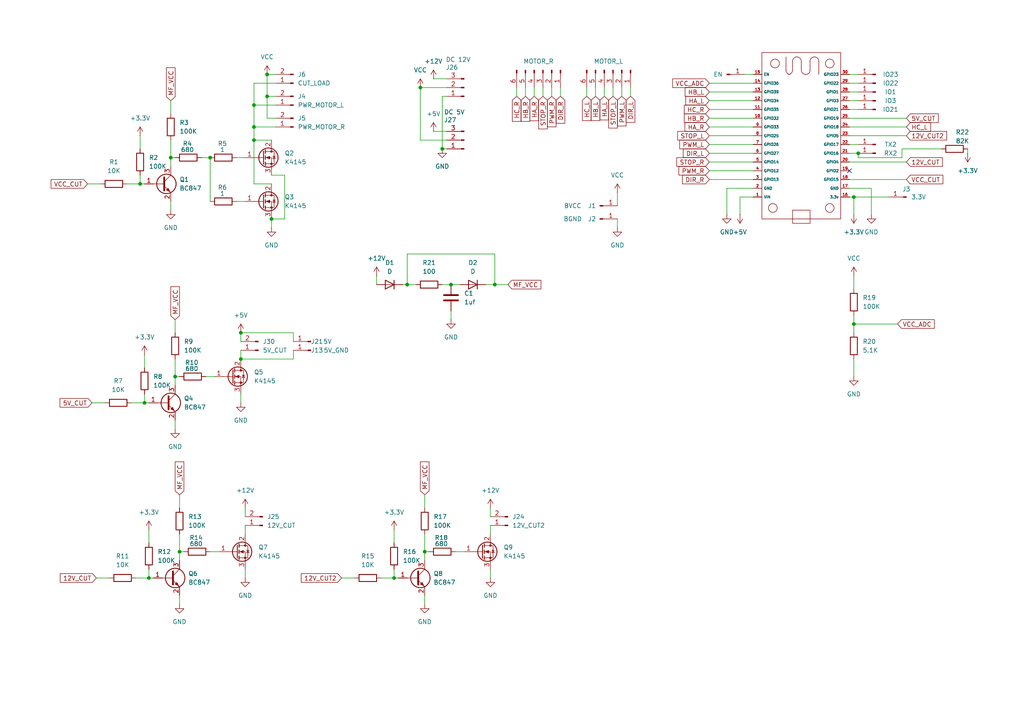
<source format=kicad_sch>
(kicad_sch (version 20250114) (generator "eeschema") (generator_version "9.0")
  (paper "A4")
  (lib_symbols
    (symbol "Connector:Conn_01x01_Pin" (pin_names (offset 1.016) (hide yes))
      (property "Reference" "J" (at 0 2.54 0))
      (property "Value" "Conn_01x01_Pin" (at 0 -2.54 0))
      (symbol "Conn_01x01_Pin_1_1"
        (rectangle (start 0.8636 0.127) (end 0 -0.127) (stroke (width 0.1524)) (fill (type outline)))
        (polyline (pts (xy 1.27 0) (xy 0.8636 0)) (stroke (width 0.1524)))
        (pin passive line (at 5.08 0 180) (length 3.81) (name "Pin_1") (number "1"))
      )
    )
    (symbol "Connector:Conn_01x02_Pin" (pin_names (offset 1.016) (hide yes))
      (property "Reference" "J" (at 0 2.54 0))
      (property "Value" "Conn_01x02_Pin" (at 0 -5.08 0))
      (symbol "Conn_01x02_Pin_1_1"
        (rectangle (start 0.8636 0.127) (end 0 -0.127) (stroke (width 0.1524)) (fill (type outline)))
        (rectangle (start 0.8636 -2.413) (end 0 -2.667) (stroke (width 0.1524)) (fill (type outline)))
        (polyline (pts (xy 1.27 0) (xy 0.8636 0)) (stroke (width 0.1524)))
        (polyline (pts (xy 1.27 -2.54) (xy 0.8636 -2.54)) (stroke (width 0.1524)))
        (pin passive line (at 5.08 0 180) (length 3.81) (name "Pin_1") (number "1"))
        (pin passive line (at 5.08 -2.54 180) (length 3.81) (name "Pin_2") (number "2"))
      )
    )
    (symbol "Connector:Conn_01x03_Pin" (pin_names (offset 1.016) (hide yes))
      (property "Reference" "J" (at 0 5.08 0))
      (property "Value" "Conn_01x03_Pin" (at 0 -5.08 0))
      (symbol "Conn_01x03_Pin_1_1"
        (rectangle (start 0.8636 2.667) (end 0 2.413) (stroke (width 0.1524)) (fill (type outline)))
        (rectangle (start 0.8636 0.127) (end 0 -0.127) (stroke (width 0.1524)) (fill (type outline)))
        (rectangle (start 0.8636 -2.413) (end 0 -2.667) (stroke (width 0.1524)) (fill (type outline)))
        (polyline (pts (xy 1.27 2.54) (xy 0.8636 2.54)) (stroke (width 0.1524)))
        (polyline (pts (xy 1.27 0) (xy 0.8636 0)) (stroke (width 0.1524)))
        (polyline (pts (xy 1.27 -2.54) (xy 0.8636 -2.54)) (stroke (width 0.1524)))
        (pin passive line (at 5.08 2.54 180) (length 3.81) (name "Pin_1") (number "1"))
        (pin passive line (at 5.08 0 180) (length 3.81) (name "Pin_2") (number "2"))
        (pin passive line (at 5.08 -2.54 180) (length 3.81) (name "Pin_3") (number "3"))
      )
    )
    (symbol "Connector:Conn_01x06_Pin" (pin_names (offset 1.016) (hide yes))
      (property "Reference" "J" (at 0 7.62 0))
      (property "Value" "Conn_01x06_Pin" (at 0 -10.16 0))
      (symbol "Conn_01x06_Pin_1_1"
        (rectangle (start 0.8636 5.207) (end 0 4.953) (stroke (width 0.1524)) (fill (type outline)))
        (rectangle (start 0.8636 2.667) (end 0 2.413) (stroke (width 0.1524)) (fill (type outline)))
        (rectangle (start 0.8636 0.127) (end 0 -0.127) (stroke (width 0.1524)) (fill (type outline)))
        (rectangle (start 0.8636 -2.413) (end 0 -2.667) (stroke (width 0.1524)) (fill (type outline)))
        (rectangle (start 0.8636 -4.953) (end 0 -5.207) (stroke (width 0.1524)) (fill (type outline)))
        (rectangle (start 0.8636 -7.493) (end 0 -7.747) (stroke (width 0.1524)) (fill (type outline)))
        (polyline (pts (xy 1.27 5.08) (xy 0.8636 5.08)) (stroke (width 0.1524)))
        (polyline (pts (xy 1.27 2.54) (xy 0.8636 2.54)) (stroke (width 0.1524)))
        (polyline (pts (xy 1.27 0) (xy 0.8636 0)) (stroke (width 0.1524)))
        (polyline (pts (xy 1.27 -2.54) (xy 0.8636 -2.54)) (stroke (width 0.1524)))
        (polyline (pts (xy 1.27 -5.08) (xy 0.8636 -5.08)) (stroke (width 0.1524)))
        (polyline (pts (xy 1.27 -7.62) (xy 0.8636 -7.62)) (stroke (width 0.1524)))
        (pin passive line (at 5.08 5.08 180) (length 3.81) (name "Pin_1") (number "1"))
        (pin passive line (at 5.08 2.54 180) (length 3.81) (name "Pin_2") (number "2"))
        (pin passive line (at 5.08 0 180) (length 3.81) (name "Pin_3") (number "3"))
        (pin passive line (at 5.08 -2.54 180) (length 3.81) (name "Pin_4") (number "4"))
        (pin passive line (at 5.08 -5.08 180) (length 3.81) (name "Pin_5") (number "5"))
        (pin passive line (at 5.08 -7.62 180) (length 3.81) (name "Pin_6") (number "6"))
      )
    )
    (symbol "Device:C" (pin_numbers (hide yes)) (pin_names (offset 0.254))
      (property "Reference" "C" (at 0.635 2.54 0))
      (property "Value" "C" (at 0.635 -2.54 0))
      (symbol "C_0_1"
        (polyline (pts (xy -2.032 0.762) (xy 2.032 0.762)) (stroke (width 0.508)))
        (polyline (pts (xy -2.032 -0.762) (xy 2.032 -0.762)) (stroke (width 0.508)))
      )
      (symbol "C_1_1"
        (pin passive line (at 0 3.81 270) (length 2.794) (name "~") (number "1"))
        (pin passive line (at 0 -3.81 90) (length 2.794) (name "~") (number "2"))
      )
    )
    (symbol "Device:D" (pin_numbers (hide yes)) (pin_names (offset 1.016) (hide yes))
      (property "Reference" "D" (at 0 2.54 0))
      (property "Value" "D" (at 0 -2.54 0))
      (symbol "D_0_1"
        (polyline (pts (xy -1.27 1.27) (xy -1.27 -1.27)) (stroke (width 0.254)))
        (polyline (pts (xy 1.27 1.27) (xy 1.27 -1.27) (xy -1.27 0) (xy 1.27 1.27)) (stroke (width 0.254)))
        (polyline (pts (xy 1.27 0) (xy -1.27 0)))
      )
      (symbol "D_1_1"
        (pin passive line (at -3.81 0 0) (length 2.54) (name "K") (number "1"))
        (pin passive line (at 3.81 0 180) (length 2.54) (name "A") (number "2"))
      )
    )
    (symbol "Device:R" (pin_numbers (hide yes)) (pin_names (offset 0))
      (property "Reference" "R" (at 2.032 0 90))
      (property "Value" "R" (at 0 0 90))
      (symbol "R_0_1"
        (rectangle (start -1.016 -2.54) (end 1.016 2.54) (stroke (width 0.254)))
      )
      (symbol "R_1_1"
        (pin passive line (at 0 3.81 270) (length 1.27) (name "~") (number "1"))
        (pin passive line (at 0 -3.81 90) (length 1.27) (name "~") (number "2"))
      )
    )
    (symbol "Transistor_BJT:BC847" (pin_names (offset 0) (hide yes))
      (property "Reference" "Q" (at 5.08 1.905 0))
      (property "Value" "BC847" (at 5.08 0 0))
      (symbol "BC847_0_1"
        (polyline (pts (xy -2.54 0) (xy 0.635 0)))
        (polyline (pts (xy 0.635 1.905) (xy 0.635 -1.905)) (stroke (width 0.508)))
        (circle (center 1.27 0) (radius 2.8194) (stroke (width 0.254)))
      )
      (symbol "BC847_1_1"
        (polyline (pts (xy 0.635 0.635) (xy 2.54 2.54)))
        (polyline (pts (xy 0.635 -0.635) (xy 2.54 -2.54)))
        (polyline (pts (xy 1.27 -1.778) (xy 1.778 -1.27) (xy 2.286 -2.286) (xy 1.27 -1.778)) (fill (type outline)))
        (pin input line (at -5.08 0 0) (length 2.54) (name "B") (number "1"))
        (pin passive line (at 2.54 5.08 270) (length 2.54) (name "C") (number "3"))
        (pin passive line (at 2.54 -5.08 90) (length 2.54) (name "E") (number "2"))
      )
    )
    (symbol "Transistor_FET:Q_NMOS_GDS" (pin_names (offset 0) (hide yes))
      (property "Reference" "Q" (at 5.08 1.905 0))
      (property "Value" "Q_NMOS_GDS" (at 5.08 0 0))
      (symbol "Q_NMOS_GDS_0_1"
        (polyline (pts (xy 0.254 1.905) (xy 0.254 -1.905)) (stroke (width 0.254)))
        (polyline (pts (xy 0.254 0) (xy -2.54 0)))
        (polyline (pts (xy 0.762 2.286) (xy 0.762 1.27)) (stroke (width 0.254)))
        (polyline (pts (xy 0.762 0.508) (xy 0.762 -0.508)) (stroke (width 0.254)))
        (polyline (pts (xy 0.762 -1.27) (xy 0.762 -2.286)) (stroke (width 0.254)))
        (polyline (pts (xy 0.762 -1.778) (xy 3.302 -1.778) (xy 3.302 1.778) (xy 0.762 1.778)))
        (polyline (pts (xy 1.016 0) (xy 2.032 0.381) (xy 2.032 -0.381) (xy 1.016 0)) (fill (type outline)))
        (circle (center 1.651 0) (radius 2.794) (stroke (width 0.254)))
        (polyline (pts (xy 2.54 2.54) (xy 2.54 1.778)))
        (circle (center 2.54 1.778) (radius 0.254) (fill (type outline)))
        (circle (center 2.54 -1.778) (radius 0.254) (fill (type outline)))
        (polyline (pts (xy 2.54 -2.54) (xy 2.54 0) (xy 0.762 0)))
        (polyline (pts (xy 2.921 0.381) (xy 3.683 0.381)))
        (polyline (pts (xy 3.302 0.381) (xy 2.921 -0.254) (xy 3.683 -0.254) (xy 3.302 0.381)))
      )
      (symbol "Q_NMOS_GDS_1_1"
        (pin input line (at -5.08 0 0) (length 2.54) (name "G") (number "1"))
        (pin passive line (at 2.54 5.08 270) (length 2.54) (name "D") (number "2"))
        (pin passive line (at 2.54 -5.08 90) (length 2.54) (name "S") (number "3"))
      )
    )
    (symbol "esp32_30pin_revised:ESP32_30Pin"
      (property "Reference" "U" (at 0 0 0))
      (property "Footprint" "ESP32_30pin" (at 0 -2.54 0))
      (symbol "ESP32_30Pin_0_1"
        (rectangle (start -24.13 11.43) (end 24.13 -11.43))
        (polyline (pts (xy -21.59 5.08) (xy -20.32 5.08)))
        (polyline (pts (xy -21.59 2.54) (xy -20.32 2.54)))
        (polyline (pts (xy -21.59 0) (xy -20.32 0)))
        (polyline (pts (xy -21.59 -2.54) (xy -20.32 -2.54)))
        (arc (start -21.5975 2.5325) (mid -22.4933 2.9067) (end -22.8675 3.8025))
        (arc (start -21.5975 -2.5475) (mid -22.4933 -2.1733) (end -22.8675 -1.2775))
        (arc (start -22.86 3.81) (mid -22.4873 4.7073) (end -21.59 5.08))
        (arc (start -22.86 -1.27) (mid -22.4873 -0.3727) (end -21.59 0))
        (circle (center -20.955 8.255) (radius 1.27))
        (circle (center -20.955 -7.62) (radius 1.27))
        (polyline (pts (xy -20.32 5.08) (xy -17.78 5.08)))
        (polyline (pts (xy -20.32 -4.445) (xy -22.86 -4.445)))
        (arc (start -17.7775 1.2675) (mid -18.1502 0.3702) (end -19.0475 -0.0025))
        (arc (start -17.7775 -3.1775) (mid -18.1502 -4.0748) (end -19.0475 -4.4475))
        (arc (start -19.04 2.545) (mid -18.1442 2.1708) (end -17.77 1.275))
        (arc (start -19.04 -2.535) (mid -18.1442 -2.9092) (end -17.77 -3.805))
        (polyline (pts (xy -19.0475 2.5375) (xy -20.3175 2.5375)))
        (polyline (pts (xy -19.0475 -0.0025) (xy -20.3175 -0.0025)))
        (polyline (pts (xy -19.0475 -2.5425) (xy -20.3175 -2.5425)))
        (polyline (pts (xy -19.0475 -4.4475) (xy -20.3175 -4.4475)))
        (circle (center 20.955 8.255) (radius 1.27))
        (circle (center 20.955 -8.255) (radius 1.27))
        (rectangle (start 21.59 2.54) (end 25.4 -2.54))
      )
      (symbol "ESP32_30Pin_1_1"
        (pin bidirectional line (at -17.78 13.97 270) (length 2.54) (name "GPIO23") (number "30"))
        (pin bidirectional line (at -17.78 -13.97 90) (length 2.54) (name "EN") (number "15"))
        (pin bidirectional line (at -15.24 13.97 270) (length 2.54) (name "GPIO22") (number "29"))
        (pin bidirectional line (at -15.24 -13.97 90) (length 2.54) (name "GPIO36") (number "14"))
        (pin bidirectional line (at -12.7 13.97 270) (length 2.54) (name "GPIO1") (number "28"))
        (pin bidirectional line (at -12.7 -13.97 90) (length 2.54) (name "GPIO39") (number "13"))
        (pin bidirectional line (at -10.16 13.97 270) (length 2.54) (name "GPIO3") (number "27"))
        (pin bidirectional line (at -10.16 -13.97 90) (length 2.54) (name "GPIO34") (number "12"))
        (pin bidirectional line (at -7.62 13.97 270) (length 2.54) (name "GPIO21") (number "26"))
        (pin bidirectional line (at -7.62 -13.97 90) (length 2.54) (name "GPIO35") (number "11"))
        (pin bidirectional line (at -5.08 13.97 270) (length 2.54) (name "GPIO19") (number "25"))
        (pin bidirectional line (at -5.08 -13.97 90) (length 2.54) (name "GPIO32") (number "10"))
        (pin bidirectional line (at -2.54 13.97 270) (length 2.54) (name "GPIO18") (number "24"))
        (pin bidirectional line (at -2.54 -13.97 90) (length 2.54) (name "GPIO33") (number "9"))
        (pin bidirectional line (at 0 13.97 270) (length 2.54) (name "GPIO5") (number "23"))
        (pin bidirectional line (at 0 -13.97 90) (length 2.54) (name "GPIO25") (number "8"))
        (pin bidirectional line (at 2.54 13.97 270) (length 2.54) (name "GPIO17") (number "22"))
        (pin bidirectional line (at 2.54 -13.97 90) (length 2.54) (name "GPIO26") (number "7"))
        (pin bidirectional line (at 5.08 13.97 270) (length 2.54) (name "GPIO16") (number "21"))
        (pin bidirectional line (at 5.08 -13.97 90) (length 2.54) (name "GPIO27") (number "6"))
        (pin bidirectional line (at 7.62 13.97 270) (length 2.54) (name "GPIO4") (number "20"))
        (pin bidirectional line (at 7.62 -13.97 90) (length 2.54) (name "GPIO14") (number "5"))
        (pin bidirectional line (at 10.16 13.97 270) (length 2.54) (name "GPIO2") (number "19"))
        (pin bidirectional line (at 10.16 -13.97 90) (length 2.54) (name "GPIO12") (number "4"))
        (pin bidirectional line (at 12.7 13.97 270) (length 2.54) (name "GPIO15") (number "18"))
        (pin bidirectional line (at 12.7 -13.97 90) (length 2.54) (name "GPIO13") (number "3"))
        (pin power_in line (at 15.24 13.97 270) (length 2.54) (name "GND") (number "17"))
        (pin bidirectional line (at 15.24 -13.97 90) (length 2.54) (name "GND") (number "2"))
        (pin output line (at 17.78 13.97 270) (length 2.54) (name "3.3v") (number "16"))
        (pin power_out line (at 17.78 -13.97 90) (length 2.54) (name "VIN") (number "1"))
      )
    )
    (symbol "power:+12V" (power) (pin_numbers (hide yes)) (pin_names (offset 0) (hide yes))
      (property "Value" "+12V" (at 0 3.556 0))
      (symbol "+12V_0_1"
        (polyline (pts (xy -0.762 1.27) (xy 0 2.54)))
        (polyline (pts (xy 0 2.54) (xy 0.762 1.27)))
        (polyline (pts (xy 0 0) (xy 0 2.54)))
      )
      (symbol "+12V_1_1"
        (pin power_in line (at 0 0 90) (length 0) (name "~") (number "1"))
      )
    )
    (symbol "power:+3.3V" (power) (pin_numbers (hide yes)) (pin_names (offset 0) (hide yes))
      (property "Value" "+3.3V" (at 0 3.556 0))
      (symbol "+3.3V_0_1"
        (polyline (pts (xy -0.762 1.27) (xy 0 2.54)))
        (polyline (pts (xy 0 2.54) (xy 0.762 1.27)))
        (polyline (pts (xy 0 0) (xy 0 2.54)))
      )
      (symbol "+3.3V_1_1"
        (pin power_in line (at 0 0 90) (length 0) (name "~") (number "1"))
      )
    )
    (symbol "power:+5V" (power) (pin_numbers (hide yes)) (pin_names (offset 0) (hide yes))
      (property "Value" "+5V" (at 0 3.556 0))
      (symbol "+5V_0_1"
        (polyline (pts (xy -0.762 1.27) (xy 0 2.54)))
        (polyline (pts (xy 0 2.54) (xy 0.762 1.27)))
        (polyline (pts (xy 0 0) (xy 0 2.54)))
      )
      (symbol "+5V_1_1"
        (pin power_in line (at 0 0 90) (length 0) (name "~") (number "1"))
      )
    )
    (symbol "power:GND" (power) (pin_numbers (hide yes)) (pin_names (offset 0) (hide yes))
      (property "Value" "GND" (at 0 -3.81 0))
      (symbol "GND_0_1"
        (polyline (pts (xy 0 0) (xy 0 -1.27) (xy 1.27 -1.27) (xy 0 -2.54) (xy -1.27 -1.27) (xy 0 -1.27)))
      )
      (symbol "GND_1_1"
        (pin power_in line (at 0 0 270) (length 0) (name "~") (number "1"))
      )
    )
    (symbol "power:VCC" (power) (pin_numbers (hide yes)) (pin_names (offset 0) (hide yes))
      (property "Value" "VCC" (at 0 3.556 0))
      (symbol "VCC_0_1"
        (polyline (pts (xy -0.762 1.27) (xy 0 2.54)))
        (polyline (pts (xy 0 2.54) (xy 0.762 1.27)))
        (polyline (pts (xy 0 0) (xy 0 2.54)))
      )
      (symbol "VCC_1_1"
        (pin power_in line (at 0 0 90) (length 0) (name "~") (number "1"))
      )
    )
  )
  (junction (at 41.91 116.84))
  (junction (at 121.92 25.4))
  (junction (at 247.65 57.15))
  (junction (at 69.85 104.14))
  (junction (at 40.64 53.34))
  (junction (at 130.81 82.55))
  (junction (at 60.96 45.72))
  (junction (at 143.51 82.55))
  (junction (at 69.85 96.52))
  (junction (at 73.66 40.64))
  (junction (at 248.92 44.45))
  (junction (at 118.11 82.55))
  (junction (at 73.66 30.48))
  (junction (at 114.3 167.64))
  (junction (at 73.66 36.83))
  (junction (at 128.27 43.18))
  (junction (at 77.47 27.94))
  (junction (at 43.18 167.64))
  (junction (at 77.47 21.59))
  (junction (at 123.19 160.02))
  (junction (at 49.53 45.72))
  (junction (at 50.8 109.22))
  (junction (at 52.07 160.02))
  (junction (at 78.74 63.5))
  (junction (at 247.65 93.98))
  (no_connect (at 246.38 49.53))
  (wire (pts (xy 73.66 24.13) (xy 73.66 30.48)))
  (wire (pts (xy 80.01 36.83) (xy 73.66 36.83)))
  (wire (pts (xy 71.12 152.4) (xy 71.12 154.94)))
  (wire (pts (xy 77.47 21.59) (xy 77.47 27.94)))
  (wire (pts (xy 50.8 92.71) (xy 50.8 96.52)))
  (wire (pts (xy 247.65 57.15) (xy 246.38 57.15)))
  (wire (pts (xy 123.19 154.94) (xy 123.19 160.02)))
  (wire (pts (xy 49.53 58.42) (xy 49.53 60.96)))
  (wire (pts (xy 215.9 21.59) (xy 218.44 21.59)))
  (wire (pts (xy 41.91 114.3) (xy 41.91 116.84)))
  (wire (pts (xy 121.92 40.64) (xy 121.92 25.4)))
  (wire (pts (xy 82.55 50.8) (xy 82.55 63.5)))
  (wire (pts (xy 40.64 39.37) (xy 40.64 43.18)))
  (wire (pts (xy 27.94 167.64) (xy 31.75 167.64)))
  (wire (pts (xy 247.65 93.98) (xy 247.65 96.52)))
  (wire (pts (xy 130.81 82.55) (xy 133.35 82.55)))
  (wire (pts (xy 52.07 143.51) (xy 52.07 147.32)))
  (wire (pts (xy 114.3 153.67) (xy 114.3 157.48)))
  (wire (pts (xy 69.85 101.6) (xy 69.85 104.14)))
  (wire (pts (xy 205.74 49.53) (xy 218.44 49.53)))
  (wire (pts (xy 246.38 41.91) (xy 248.92 41.91)))
  (wire (pts (xy 170.18 25.4) (xy 170.18 27.94)))
  (wire (pts (xy 116.84 82.55) (xy 118.11 82.55)))
  (wire (pts (xy 246.38 31.75) (xy 248.92 31.75)))
  (wire (pts (xy 80.01 30.48) (xy 73.66 30.48)))
  (wire (pts (xy 50.8 109.22) (xy 50.8 111.76)))
  (wire (pts (xy 261.62 45.72) (xy 248.92 45.72)))
  (wire (pts (xy 261.62 43.18) (xy 261.62 45.72)))
  (wire (pts (xy 77.47 34.29) (xy 80.01 34.29)))
  (wire (pts (xy 247.65 104.14) (xy 247.65 109.22)))
  (wire (pts (xy 49.53 40.64) (xy 49.53 45.72)))
  (wire (pts (xy 205.74 46.99) (xy 218.44 46.99)))
  (wire (pts (xy 182.88 25.4) (xy 182.88 27.94)))
  (wire (pts (xy 273.05 43.18) (xy 261.62 43.18)))
  (wire (pts (xy 128.27 43.18) (xy 129.54 43.18)))
  (wire (pts (xy 246.38 36.83) (xy 262.89 36.83)))
  (wire (pts (xy 247.65 62.23) (xy 247.65 57.15)))
  (wire (pts (xy 205.74 24.13) (xy 218.44 24.13)))
  (wire (pts (xy 246.38 34.29) (xy 262.89 34.29)))
  (wire (pts (xy 140.97 82.55) (xy 143.51 82.55)))
  (wire (pts (xy 247.65 80.01) (xy 247.65 83.82)))
  (wire (pts (xy 218.44 54.61) (xy 210.82 54.61)))
  (wire (pts (xy 214.63 62.23) (xy 214.63 57.15)))
  (wire (pts (xy 78.74 50.8) (xy 82.55 50.8)))
  (wire (pts (xy 69.85 114.3) (xy 69.85 116.84)))
  (wire (pts (xy 152.4 25.4) (xy 152.4 27.94)))
  (wire (pts (xy 246.38 52.07) (xy 262.89 52.07)))
  (wire (pts (xy 123.19 172.72) (xy 123.19 175.26)))
  (wire (pts (xy 160.02 25.4) (xy 160.02 27.94)))
  (wire (pts (xy 177.8 25.4) (xy 177.8 27.94)))
  (wire (pts (xy 77.47 27.94) (xy 77.47 34.29)))
  (wire (pts (xy 78.74 53.34) (xy 73.66 53.34)))
  (wire (pts (xy 77.47 27.94) (xy 80.01 27.94)))
  (wire (pts (xy 246.38 29.21) (xy 248.92 29.21)))
  (wire (pts (xy 69.85 96.52) (xy 69.85 99.06)))
  (wire (pts (xy 210.82 54.61) (xy 210.82 62.23)))
  (wire (pts (xy 157.48 25.4) (xy 157.48 27.94)))
  (wire (pts (xy 25.4 53.34) (xy 29.21 53.34)))
  (wire (pts (xy 80.01 24.13) (xy 73.66 24.13)))
  (wire (pts (xy 49.53 45.72) (xy 50.8 45.72)))
  (wire (pts (xy 205.74 29.21) (xy 218.44 29.21)))
  (wire (pts (xy 143.51 73.66) (xy 143.51 82.55)))
  (wire (pts (xy 50.8 109.22) (xy 52.07 109.22)))
  (wire (pts (xy 73.66 53.34) (xy 73.66 40.64)))
  (wire (pts (xy 130.81 90.17) (xy 130.81 92.71)))
  (wire (pts (xy 118.11 82.55) (xy 120.65 82.55)))
  (wire (pts (xy 52.07 172.72) (xy 52.07 175.26)))
  (wire (pts (xy 121.92 25.4) (xy 129.54 25.4)))
  (wire (pts (xy 49.53 45.72) (xy 49.53 48.26)))
  (wire (pts (xy 246.38 21.59) (xy 248.92 21.59)))
  (wire (pts (xy 39.37 167.64) (xy 43.18 167.64)))
  (wire (pts (xy 71.12 165.1) (xy 71.12 167.64)))
  (wire (pts (xy 52.07 160.02) (xy 52.07 162.56)))
  (wire (pts (xy 246.38 46.99) (xy 262.89 46.99)))
  (wire (pts (xy 205.74 44.45) (xy 218.44 44.45)))
  (wire (pts (xy 49.53 29.21) (xy 49.53 33.02)))
  (wire (pts (xy 205.74 52.07) (xy 218.44 52.07)))
  (wire (pts (xy 125.73 38.1) (xy 129.54 38.1)))
  (wire (pts (xy 36.83 53.34) (xy 40.64 53.34)))
  (wire (pts (xy 143.51 82.55) (xy 147.32 82.55)))
  (wire (pts (xy 248.92 44.45) (xy 248.92 45.72)))
  (wire (pts (xy 175.26 25.4) (xy 175.26 27.94)))
  (wire (pts (xy 73.66 40.64) (xy 73.66 36.83)))
  (wire (pts (xy 125.73 22.86) (xy 129.54 22.86)))
  (wire (pts (xy 149.86 25.4) (xy 149.86 27.94)))
  (wire (pts (xy 205.74 26.67) (xy 218.44 26.67)))
  (wire (pts (xy 123.19 160.02) (xy 123.19 162.56)))
  (wire (pts (xy 246.38 39.37) (xy 262.89 39.37)))
  (wire (pts (xy 128.27 82.55) (xy 130.81 82.55)))
  (wire (pts (xy 128.27 27.94) (xy 128.27 43.18)))
  (wire (pts (xy 205.74 41.91) (xy 218.44 41.91)))
  (wire (pts (xy 142.24 147.32) (xy 142.24 149.86)))
  (wire (pts (xy 50.8 121.92) (xy 50.8 124.46)))
  (wire (pts (xy 179.07 55.88) (xy 179.07 59.69)))
  (wire (pts (xy 205.74 31.75) (xy 218.44 31.75)))
  (wire (pts (xy 205.74 34.29) (xy 218.44 34.29)))
  (wire (pts (xy 68.58 45.72) (xy 71.12 45.72)))
  (wire (pts (xy 71.12 147.32) (xy 71.12 149.86)))
  (wire (pts (xy 118.11 73.66) (xy 143.51 73.66)))
  (wire (pts (xy 246.38 24.13) (xy 248.92 24.13)))
  (wire (pts (xy 142.24 152.4) (xy 142.24 154.94)))
  (wire (pts (xy 109.22 80.01) (xy 109.22 82.55)))
  (wire (pts (xy 43.18 167.64) (xy 44.45 167.64)))
  (wire (pts (xy 110.49 167.64) (xy 114.3 167.64)))
  (wire (pts (xy 40.64 53.34) (xy 41.91 53.34)))
  (wire (pts (xy 38.1 116.84) (xy 41.91 116.84)))
  (wire (pts (xy 205.74 39.37) (xy 218.44 39.37)))
  (wire (pts (xy 246.38 54.61) (xy 252.73 54.61)))
  (wire (pts (xy 179.07 63.5) (xy 179.07 66.04)))
  (wire (pts (xy 73.66 30.48) (xy 73.66 36.83)))
  (wire (pts (xy 180.34 25.4) (xy 180.34 27.94)))
  (wire (pts (xy 40.64 50.8) (xy 40.64 53.34)))
  (wire (pts (xy 247.65 57.15) (xy 257.81 57.15)))
  (wire (pts (xy 162.56 25.4) (xy 162.56 27.94)))
  (wire (pts (xy 77.47 21.59) (xy 80.01 21.59)))
  (wire (pts (xy 73.66 40.64) (xy 78.74 40.64)))
  (wire (pts (xy 129.54 40.64) (xy 121.92 40.64)))
  (wire (pts (xy 246.38 44.45) (xy 248.92 44.45)))
  (wire (pts (xy 59.69 109.22) (xy 62.23 109.22)))
  (wire (pts (xy 50.8 104.14) (xy 50.8 109.22)))
  (wire (pts (xy 43.18 165.1) (xy 43.18 167.64)))
  (wire (pts (xy 26.67 116.84) (xy 30.48 116.84)))
  (wire (pts (xy 41.91 102.87) (xy 41.91 106.68)))
  (wire (pts (xy 68.58 58.42) (xy 71.12 58.42)))
  (wire (pts (xy 78.74 63.5) (xy 78.74 66.04)))
  (wire (pts (xy 41.91 116.84) (xy 43.18 116.84)))
  (wire (pts (xy 118.11 82.55) (xy 118.11 73.66)))
  (wire (pts (xy 85.09 104.14) (xy 69.85 104.14)))
  (wire (pts (xy 154.94 25.4) (xy 154.94 27.94)))
  (wire (pts (xy 43.18 153.67) (xy 43.18 157.48)))
  (wire (pts (xy 52.07 160.02) (xy 53.34 160.02)))
  (wire (pts (xy 82.55 63.5) (xy 78.74 63.5)))
  (wire (pts (xy 172.72 25.4) (xy 172.72 27.94)))
  (wire (pts (xy 214.63 57.15) (xy 218.44 57.15)))
  (wire (pts (xy 58.42 45.72) (xy 60.96 45.72)))
  (wire (pts (xy 60.96 45.72) (xy 60.96 58.42)))
  (wire (pts (xy 52.07 154.94) (xy 52.07 160.02)))
  (wire (pts (xy 85.09 96.52) (xy 69.85 96.52)))
  (wire (pts (xy 114.3 167.64) (xy 115.57 167.64)))
  (wire (pts (xy 129.54 27.94) (xy 128.27 27.94)))
  (wire (pts (xy 123.19 143.51) (xy 123.19 147.32)))
  (wire (pts (xy 132.08 160.02) (xy 134.62 160.02)))
  (wire (pts (xy 205.74 36.83) (xy 218.44 36.83)))
  (wire (pts (xy 247.65 91.44) (xy 247.65 93.98)))
  (wire (pts (xy 85.09 101.6) (xy 85.09 104.14)))
  (wire (pts (xy 99.06 167.64) (xy 102.87 167.64)))
  (wire (pts (xy 85.09 99.06) (xy 85.09 96.52)))
  (wire (pts (xy 142.24 165.1) (xy 142.24 167.64)))
  (wire (pts (xy 280.67 43.18) (xy 280.67 44.45)))
  (wire (pts (xy 246.38 26.67) (xy 248.92 26.67)))
  (wire (pts (xy 60.96 160.02) (xy 63.5 160.02)))
  (wire (pts (xy 252.73 54.61) (xy 252.73 62.23)))
  (wire (pts (xy 114.3 165.1) (xy 114.3 167.64)))
  (wire (pts (xy 123.19 160.02) (xy 124.46 160.02)))
  (wire (pts (xy 247.65 93.98) (xy 260.35 93.98)))
  (global_label "HA_L" (shape input) (at 205.74 29.21 180) (property "Intersheetrefs" "${INTERSHEET_REFS}" (effects (hide yes))))
  (global_label "PWM_L" (shape input) (at 180.34 27.94 270) (property "Intersheetrefs" "${INTERSHEET_REFS}" (effects (hide yes))))
  (global_label "HC_L" (shape input) (at 262.89 36.83 0) (property "Intersheetrefs" "${INTERSHEET_REFS}" (effects (hide yes))))
  (global_label "DIR_L" (shape input) (at 182.88 27.94 270) (property "Intersheetrefs" "${INTERSHEET_REFS}" (effects (hide yes))))
  (global_label "VCC_CUT" (shape input) (at 262.89 52.07 0) (property "Intersheetrefs" "${INTERSHEET_REFS}" (effects (hide yes))))
  (global_label "HC_R" (shape input) (at 205.74 31.75 180) (property "Intersheetrefs" "${INTERSHEET_REFS}" (effects (hide yes))))
  (global_label "HC_R" (shape input) (at 149.86 27.94 270) (property "Intersheetrefs" "${INTERSHEET_REFS}" (effects (hide yes))))
  (global_label "MF_VCC" (shape input) (at 123.19 143.51 90) (property "Intersheetrefs" "${INTERSHEET_REFS}" (effects (hide yes))))
  (global_label "PWM_R" (shape input) (at 205.74 49.53 180) (property "Intersheetrefs" "${INTERSHEET_REFS}" (effects (hide yes))))
  (global_label "HB_L" (shape input) (at 205.74 26.67 180) (property "Intersheetrefs" "${INTERSHEET_REFS}" (effects (hide yes))))
  (global_label "PWM_L" (shape input) (at 205.74 41.91 180) (property "Intersheetrefs" "${INTERSHEET_REFS}" (effects (hide yes))))
  (global_label "12V_CUT" (shape input) (at 27.94 167.64 180) (property "Intersheetrefs" "${INTERSHEET_REFS}" (effects (hide yes))))
  (global_label "VCC_ADC" (shape input) (at 260.35 93.98 0) (property "Intersheetrefs" "${INTERSHEET_REFS}" (effects (hide yes))))
  (global_label "DIR_R" (shape input) (at 162.56 27.94 270) (property "Intersheetrefs" "${INTERSHEET_REFS}" (effects (hide yes))))
  (global_label "12V_CUT2" (shape input) (at 99.06 167.64 180) (property "Intersheetrefs" "${INTERSHEET_REFS}" (effects (hide yes))))
  (global_label "HA_R" (shape input) (at 205.74 36.83 180) (property "Intersheetrefs" "${INTERSHEET_REFS}" (effects (hide yes))))
  (global_label "HA_L" (shape input) (at 175.26 27.94 270) (property "Intersheetrefs" "${INTERSHEET_REFS}" (effects (hide yes))))
  (global_label "5V_CUT" (shape input) (at 262.89 34.29 0) (property "Intersheetrefs" "${INTERSHEET_REFS}" (effects (hide yes))))
  (global_label "HB_L" (shape input) (at 172.72 27.94 270) (property "Intersheetrefs" "${INTERSHEET_REFS}" (effects (hide yes))))
  (global_label "HB_R" (shape input) (at 205.74 34.29 180) (property "Intersheetrefs" "${INTERSHEET_REFS}" (effects (hide yes))))
  (global_label "VCC_CUT" (shape input) (at 25.4 53.34 180) (property "Intersheetrefs" "${INTERSHEET_REFS}" (effects (hide yes))))
  (global_label "MF_VCC" (shape input) (at 49.53 29.21 90) (property "Intersheetrefs" "${INTERSHEET_REFS}" (effects (hide yes))))
  (global_label "MF_VCC" (shape input) (at 147.32 82.55 0) (property "Intersheetrefs" "${INTERSHEET_REFS}" (effects (hide yes))))
  (global_label "STOP_L" (shape input) (at 177.8 27.94 270) (property "Intersheetrefs" "${INTERSHEET_REFS}" (effects (hide yes))))
  (global_label "STOP_R" (shape input) (at 205.74 46.99 180) (property "Intersheetrefs" "${INTERSHEET_REFS}" (effects (hide yes))))
  (global_label "12V_CUT" (shape input) (at 262.89 46.99 0) (property "Intersheetrefs" "${INTERSHEET_REFS}" (effects (hide yes))))
  (global_label "HB_R" (shape input) (at 152.4 27.94 270) (property "Intersheetrefs" "${INTERSHEET_REFS}" (effects (hide yes))))
  (global_label "PWM_R" (shape input) (at 160.02 27.94 270) (property "Intersheetrefs" "${INTERSHEET_REFS}" (effects (hide yes))))
  (global_label "VCC_ADC" (shape input) (at 205.74 24.13 180) (property "Intersheetrefs" "${INTERSHEET_REFS}" (effects (hide yes))))
  (global_label "DIR_L" (shape input) (at 205.74 44.45 180) (property "Intersheetrefs" "${INTERSHEET_REFS}" (effects (hide yes))))
  (global_label "MF_VCC" (shape input) (at 50.8 92.71 90) (property "Intersheetrefs" "${INTERSHEET_REFS}" (effects (hide yes))))
  (global_label "STOP_L" (shape input) (at 205.74 39.37 180) (property "Intersheetrefs" "${INTERSHEET_REFS}" (effects (hide yes))))
  (global_label "STOP_R" (shape input) (at 157.48 27.94 270) (property "Intersheetrefs" "${INTERSHEET_REFS}" (effects (hide yes))))
  (global_label "HC_L" (shape input) (at 170.18 27.94 270) (property "Intersheetrefs" "${INTERSHEET_REFS}" (effects (hide yes))))
  (global_label "HA_R" (shape input) (at 154.94 27.94 270) (property "Intersheetrefs" "${INTERSHEET_REFS}" (effects (hide yes))))
  (global_label "DIR_R" (shape input) (at 205.74 52.07 180) (property "Intersheetrefs" "${INTERSHEET_REFS}" (effects (hide yes))))
  (global_label "12V_CUT2" (shape input) (at 262.89 39.37 0) (property "Intersheetrefs" "${INTERSHEET_REFS}" (effects (hide yes))))
  (global_label "5V_CUT" (shape input) (at 26.67 116.84 180) (property "Intersheetrefs" "${INTERSHEET_REFS}" (effects (hide yes))))
  (global_label "MF_VCC" (shape input) (at 52.07 143.51 90) (property "Intersheetrefs" "${INTERSHEET_REFS}" (effects (hide yes))))
  (symbol (lib_id "Transistor_FET:Q_NMOS_GDS") (at 76.2 45.72 0) (unit 1)
    (property "Reference" "Q2" (at 82.55 44.4499 0) (effects (justify left)))
    (property "Value" "K4145" (at 82.55 46.9899 0) (effects (justify left)))
    (property "Footprint" "Package_TO_SOT_THT:TO-220-3_Vertical" (effects (hide yes)))
    (property "Description" "N-MOSFET transistor, gate/drain/source" (effects (hide yes)))
  )
  (symbol (lib_id "Transistor_FET:Q_NMOS_GDS") (at 139.7 160.02 0) (unit 1)
    (property "Reference" "Q9" (at 146.05 158.7499 0) (effects (justify left)))
    (property "Value" "K4145" (at 146.05 161.2899 0) (effects (justify left)))
    (property "Footprint" "Package_TO_SOT_THT:TO-220-3_Vertical" (effects (hide yes)))
    (property "Description" "N-MOSFET transistor, gate/drain/source" (effects (hide yes)))
  )
  (symbol (lib_id "power:VCC") (at 77.47 21.59 0) (unit 1)
    (property "Reference" "#PWR01" (effects (hide yes)))
    (property "Value" "VCC" (at 77.47 16.51 0))
    (property "Description" "Power symbol creates a global label with name \"VCC\"" (effects (hide yes)))
  )
  (symbol (lib_id "Device:R") (at 123.19 151.13 180) (unit 1)
    (property "Reference" "R17" (at 125.73 149.8599 0) (effects (justify right)))
    (property "Value" "100K" (at 125.73 152.3999 0) (effects (justify right)))
    (property "Footprint" "Resistor_SMD:R_0805_2012Metric" (effects (hide yes)))
    (property "Description" "Resistor" (effects (hide yes)))
  )
  (symbol (lib_id "power:VCC") (at 121.92 25.4 0) (unit 1)
    (property "Reference" "#PWR04" (effects (hide yes)))
    (property "Value" "VCC" (at 121.92 20.32 0))
    (property "Description" "Power symbol creates a global label with name \"VCC\"" (effects (hide yes)))
  )
  (symbol (lib_id "Device:R") (at 34.29 116.84 90) (unit 1)
    (property "Reference" "R7" (at 34.29 110.49 90))
    (property "Value" "10K" (at 34.29 113.03 90))
    (property "Footprint" "Resistor_SMD:R_0805_2012Metric" (effects (hide yes)))
    (property "Description" "Resistor" (effects (hide yes)))
  )
  (symbol (lib_id "power:GND") (at 69.85 116.84 0) (unit 1)
    (property "Reference" "#PWR011" (effects (hide yes)))
    (property "Value" "GND" (at 69.85 121.92 0))
    (property "Description" "Power symbol creates a global label with name \"GND\" , ground" (effects (hide yes)))
  )
  (symbol (lib_id "Connector:Conn_01x02_Pin") (at 74.93 101.6 180) (unit 1)
    (property "Reference" "J30" (at 76.2 99.0599 0) (effects (justify right)))
    (property "Value" "5V_CUT" (at 76.2 101.5999 0) (effects (justify right)))
    (property "Footprint" "Connector_Wire:SolderWire-1sqmm_1x02_P5.4mm_D1.4mm_OD2.7mm" (effects (hide yes)))
    (property "Description" "Generic connector, single row, 01x02, script generated" (effects (hide yes)))
  )
  (symbol (lib_id "power:+5V") (at 125.73 38.1 0) (unit 1)
    (property "Reference" "#PWR03" (effects (hide yes)))
    (property "Value" "+5V" (at 125.73 33.02 0))
    (property "Description" "Power symbol creates a global label with name \"+5V\"" (effects (hide yes)))
  )
  (symbol (lib_id "power:+5V") (at 214.63 62.23 180) (unit 1)
    (property "Reference" "#PWR0110" (effects (hide yes)))
    (property "Value" "+5V" (at 214.63 67.31 0))
    (property "Description" "Power symbol creates a global label with name \"+5V\"" (effects (hide yes)))
  )
  (symbol (lib_id "power:VCC") (at 179.07 55.88 0) (unit 1)
    (property "Reference" "#PWR0104" (effects (hide yes)))
    (property "Value" "VCC" (at 179.07 50.8 0))
    (property "Description" "Power symbol creates a global label with name \"VCC\"" (effects (hide yes)))
  )
  (symbol (lib_id "Connector:Conn_01x01_Pin") (at 262.89 57.15 180) (unit 1)
    (property "Reference" "J3" (at 262.89 54.864 0))
    (property "Value" "3.3V" (at 266.446 57.15 0))
    (property "Footprint" "Connector_Wire:SolderWirePad_1x01_SMD_2x4mm" (effects (hide yes)))
    (property "Description" "Generic connector, single row, 01x01, script generated" (effects (hide yes)))
  )
  (symbol (lib_id "power:GND") (at 52.07 175.26 0) (unit 1)
    (property "Reference" "#PWR014" (effects (hide yes)))
    (property "Value" "GND" (at 52.07 180.34 0))
    (property "Description" "Power symbol creates a global label with name \"GND\" , ground" (effects (hide yes)))
  )
  (symbol (lib_id "Device:R") (at 128.27 160.02 90) (unit 1)
    (property "Reference" "R18" (at 128.016 155.956 90))
    (property "Value" "680" (at 128.016 157.734 90))
    (property "Footprint" "Resistor_SMD:R_0805_2012Metric" (effects (hide yes)))
    (property "Description" "Resistor" (effects (hide yes)))
  )
  (symbol (lib_id "power:+5V") (at 69.85 96.52 0) (unit 1)
    (property "Reference" "#PWR010" (effects (hide yes)))
    (property "Value" "+5V" (at 69.85 91.44 0))
    (property "Description" "Power symbol creates a global label with name \"+5V\"" (effects (hide yes)))
  )
  (symbol (lib_id "power:GND") (at 252.73 62.23 0) (unit 1)
    (property "Reference" "#PWR0102" (effects (hide yes)))
    (property "Value" "GND" (at 252.73 67.31 0))
    (property "Description" "Power symbol creates a global label with name \"GND\" , ground" (effects (hide yes)))
  )
  (symbol (lib_id "Device:R") (at 43.18 161.29 180) (unit 1)
    (property "Reference" "R12" (at 45.72 160.0199 0) (effects (justify right)))
    (property "Value" "100K" (at 45.72 162.5599 0) (effects (justify right)))
    (property "Footprint" "Resistor_SMD:R_0805_2012Metric" (effects (hide yes)))
    (property "Description" "Resistor" (effects (hide yes)))
  )
  (symbol (lib_id "Connector:Conn_01x01_Pin") (at 173.99 59.69 0) (unit 1)
    (property "Reference" "J1" (at 171.704 59.69 0))
    (property "Value" "BVCC" (at 166.116 59.69 0))
    (property "Footprint" "Connector_Wire:SolderWirePad_1x01_SMD_4x8mm" (effects (hide yes)))
    (property "Description" "Generic connector, single row, 01x01, script generated" (effects (hide yes)))
  )
  (symbol (lib_id "Connector:Conn_01x03_Pin") (at 134.62 40.64 180) (unit 1)
    (property "Reference" "J27" (at 128.778 34.798 0) (effects (justify right)))
    (property "Value" "DC 5V" (at 128.778 32.512 0) (effects (justify right)))
    (property "Footprint" "Connector_Wire:SolderWire-1.5sqmm_1x03_P6mm_D1.7mm_OD3mm" (effects (hide yes)))
    (property "Description" "Generic connector, single row, 01x03, script generated" (effects (hide yes)))
  )
  (symbol (lib_id "power:+12V") (at 142.24 147.32 0) (unit 1)
    (property "Reference" "#PWR020" (effects (hide yes)))
    (property "Value" "+12V" (at 142.24 142.24 0))
    (property "Description" "Power symbol creates a global label with name \"+12V\"" (effects (hide yes)))
  )
  (symbol (lib_id "Connector:Conn_01x02_Pin") (at 85.09 24.13 180) (unit 1)
    (property "Reference" "J6" (at 86.36 21.5899 0) (effects (justify right)))
    (property "Value" "CUT_LOAD" (at 86.36 24.1299 0) (effects (justify right)))
    (property "Footprint" "Connector_Wire:SolderWire-2.5sqmm_1x02_P7.2mm_D2.4mm_OD3.6mm" (effects (hide yes)))
    (property "Description" "Generic connector, single row, 01x02, script generated" (effects (hide yes)))
  )
  (symbol (lib_id "power:+3.3V") (at 280.67 44.45 180) (unit 1)
    (property "Reference" "#PWR05" (effects (hide yes)))
    (property "Value" "+3.3V" (at 280.67 49.53 0))
    (property "Description" "Power symbol creates a global label with name \"+3.3V\"" (effects (hide yes)))
  )
  (symbol (lib_id "Transistor_BJT:BC847") (at 46.99 53.34 0) (unit 1)
    (property "Reference" "Q1" (at 52.07 52.0699 0) (effects (justify left)))
    (property "Value" "BC847" (at 52.07 54.6099 0) (effects (justify left)))
    (property "Footprint" "Package_TO_SOT_SMD:SOT-23" (effects (hide yes)))
    (property "Datasheet" "http://www.infineon.com/dgdl/Infineon-BC847SERIES_BC848SERIES_BC849SERIES_BC850SERIES-DS-v01_01-en.pdf?fileId=db3a304314dca389011541d4630a1657" (effects (hide yes)))
    (property "Description" "0.1A Ic, 45V Vce, NPN Transistor, SOT-23" (effects (hide yes)))
  )
  (symbol (lib_id "power:GND") (at 123.19 175.26 0) (unit 1)
    (property "Reference" "#PWR019" (effects (hide yes)))
    (property "Value" "GND" (at 123.19 180.34 0))
    (property "Description" "Power symbol creates a global label with name \"GND\" , ground" (effects (hide yes)))
  )
  (symbol (lib_id "Connector:Conn_01x01_Pin") (at 210.82 21.59 0) (unit 1)
    (property "Reference" "J9" (effects (hide yes)))
    (property "Value" "EN" (at 208.28 21.59 0))
    (property "Footprint" "Connector_Wire:SolderWirePad_1x01_SMD_1.5x3mm" (effects (hide yes)))
    (property "Description" "Generic connector, single row, 01x01, script generated" (effects (hide yes)))
  )
  (symbol (lib_id "Device:R") (at 276.86 43.18 270) (unit 1)
    (property "Reference" "R22" (at 279.146 38.354 90))
    (property "Value" "82K" (at 279.146 40.894 90))
    (property "Footprint" "Resistor_SMD:R_0805_2012Metric" (effects (hide yes)))
    (property "Description" "Resistor" (effects (hide yes)))
  )
  (symbol (lib_id "power:+12V") (at 71.12 147.32 0) (unit 1)
    (property "Reference" "#PWR015" (effects (hide yes)))
    (property "Value" "+12V" (at 71.12 142.24 0))
    (property "Description" "Power symbol creates a global label with name \"+12V\"" (effects (hide yes)))
  )
  (symbol (lib_id "Device:D") (at 137.16 82.55 180) (unit 1)
    (property "Reference" "D2" (at 137.16 76.2 0))
    (property "Value" "D" (at 137.16 78.74 0))
    (property "Footprint" "Diode_SMD:D_SMA_Handsoldering" (effects (hide yes)))
    (property "Description" "Diode" (effects (hide yes)))
    (property "Sim.Device" "D" (effects (hide yes)))
    (property "Sim.Pins" "1=K 2=A" (effects (hide yes)))
  )
  (symbol (lib_id "power:VCC") (at 247.65 80.01 0) (unit 1)
    (property "Reference" "#PWR023" (effects (hide yes)))
    (property "Value" "VCC" (at 247.65 74.93 0))
    (property "Description" "Power symbol creates a global label with name \"VCC\"" (effects (hide yes)))
  )
  (symbol (lib_id "Device:R") (at 57.15 160.02 90) (unit 1)
    (property "Reference" "R14" (at 56.896 155.956 90))
    (property "Value" "680" (at 56.896 157.734 90))
    (property "Footprint" "Resistor_SMD:R_0805_2012Metric" (effects (hide yes)))
    (property "Description" "Resistor" (effects (hide yes)))
  )
  (symbol (lib_id "power:GND") (at 247.65 109.22 0) (unit 1)
    (property "Reference" "#PWR022" (effects (hide yes)))
    (property "Value" "GND" (at 247.65 114.3 0))
    (property "Description" "Power symbol creates a global label with name \"GND\" , ground" (effects (hide yes)))
  )
  (symbol (lib_id "Device:R") (at 114.3 161.29 180) (unit 1)
    (property "Reference" "R16" (at 116.84 160.0199 0) (effects (justify right)))
    (property "Value" "100K" (at 116.84 162.5599 0) (effects (justify right)))
    (property "Footprint" "Resistor_SMD:R_0805_2012Metric" (effects (hide yes)))
    (property "Description" "Resistor" (effects (hide yes)))
  )
  (symbol (lib_id "power:+12V") (at 109.22 80.01 0) (unit 1)
    (property "Reference" "#PWR024" (effects (hide yes)))
    (property "Value" "+12V" (at 109.22 74.93 0))
    (property "Description" "Power symbol creates a global label with name \"+12V\"" (effects (hide yes)))
  )
  (symbol (lib_id "Transistor_BJT:BC847") (at 120.65 167.64 0) (unit 1)
    (property "Reference" "Q8" (at 125.73 166.3699 0) (effects (justify left)))
    (property "Value" "BC847" (at 125.73 168.9099 0) (effects (justify left)))
    (property "Footprint" "Package_TO_SOT_SMD:SOT-23" (effects (hide yes)))
    (property "Datasheet" "http://www.infineon.com/dgdl/Infineon-BC847SERIES_BC848SERIES_BC849SERIES_BC850SERIES-DS-v01_01-en.pdf?fileId=db3a304314dca389011541d4630a1657" (effects (hide yes)))
    (property "Description" "0.1A Ic, 45V Vce, NPN Transistor, SOT-23" (effects (hide yes)))
  )
  (symbol (lib_id "power:+3.3V") (at 41.91 102.87 0) (unit 1)
    (property "Reference" "#PWR07" (effects (hide yes)))
    (property "Value" "+3.3V" (at 41.91 97.79 0))
    (property "Description" "Power symbol creates a global label with name \"+3.3V\"" (effects (hide yes)))
  )
  (symbol (lib_id "Device:C") (at 130.81 86.36 180) (unit 1)
    (property "Reference" "C1" (at 134.62 85.0899 0) (effects (justify right)))
    (property "Value" "1uf" (at 134.62 87.6299 0) (effects (justify right)))
    (property "Footprint" "Capacitor_SMD:C_0805_2012Metric_Pad1.18x1.45mm_HandSolder" (effects (hide yes)))
    (property "Description" "Unpolarized capacitor" (effects (hide yes)))
  )
  (symbol (lib_id "Transistor_BJT:BC847") (at 49.53 167.64 0) (unit 1)
    (property "Reference" "Q6" (at 54.61 166.3699 0) (effects (justify left)))
    (property "Value" "BC847" (at 54.61 168.9099 0) (effects (justify left)))
    (property "Footprint" "Package_TO_SOT_SMD:SOT-23" (effects (hide yes)))
    (property "Datasheet" "http://www.infineon.com/dgdl/Infineon-BC847SERIES_BC848SERIES_BC849SERIES_BC850SERIES-DS-v01_01-en.pdf?fileId=db3a304314dca389011541d4630a1657" (effects (hide yes)))
    (property "Description" "0.1A Ic, 45V Vce, NPN Transistor, SOT-23" (effects (hide yes)))
  )
  (symbol (lib_id "Connector:Conn_01x01_Pin") (at 173.99 63.5 0) (unit 1)
    (property "Reference" "J2" (at 171.704 63.5 0))
    (property "Value" "BGND" (at 166.116 63.5 0))
    (property "Footprint" "Connector_Wire:SolderWirePad_1x01_SMD_4x8mm" (effects (hide yes)))
    (property "Description" "Generic connector, single row, 01x01, script generated" (effects (hide yes)))
  )
  (symbol (lib_id "Connector:Conn_01x02_Pin") (at 76.2 152.4 180) (unit 1)
    (property "Reference" "J25" (at 77.47 149.8599 0) (effects (justify right)))
    (property "Value" "12V_CUT" (at 77.47 152.3999 0) (effects (justify right)))
    (property "Footprint" "Connector_Wire:SolderWire-1sqmm_1x02_P5.4mm_D1.4mm_OD2.7mm" (effects (hide yes)))
    (property "Description" "Generic connector, single row, 01x02, script generated" (effects (hide yes)))
  )
  (symbol (lib_id "Device:R") (at 106.68 167.64 90) (unit 1)
    (property "Reference" "R15" (at 106.68 161.29 90))
    (property "Value" "10K" (at 106.68 163.83 90))
    (property "Footprint" "Resistor_SMD:R_0805_2012Metric" (effects (hide yes)))
    (property "Description" "Resistor" (effects (hide yes)))
  )
  (symbol (lib_id "esp32_30pin_revised:ESP32_30Pin") (at 232.41 39.37 270) (unit 1)
    (property "Reference" "U1" (effects (hide yes)))
    (property "Footprint" "ESP32_Footprints:ESP32_30pin" (effects (hide yes)))
  )
  (symbol (lib_id "Connector:Conn_01x01_Pin") (at 254 24.13 180) (unit 1)
    (property "Reference" "J15" (effects (hide yes)))
    (property "Value" "IO22" (at 258.318 24.13 0))
    (property "Footprint" "Connector_Wire:SolderWirePad_1x01_SMD_1.5x3mm" (effects (hide yes)))
    (property "Description" "Generic connector, single row, 01x01, script generated" (effects (hide yes)))
  )
  (symbol (lib_id "Device:R") (at 50.8 100.33 180) (unit 1)
    (property "Reference" "R9" (at 53.34 99.0599 0) (effects (justify right)))
    (property "Value" "100K" (at 53.34 101.5999 0) (effects (justify right)))
    (property "Footprint" "Resistor_SMD:R_0805_2012Metric" (effects (hide yes)))
    (property "Description" "Resistor" (effects (hide yes)))
  )
  (symbol (lib_id "power:GND") (at 78.74 66.04 0) (unit 1)
    (property "Reference" "#PWR0111" (effects (hide yes)))
    (property "Value" "GND" (at 78.74 71.12 0))
    (property "Description" "Power symbol creates a global label with name \"GND\" , ground" (effects (hide yes)))
  )
  (symbol (lib_id "Device:R") (at 40.64 46.99 180) (unit 1)
    (property "Reference" "R2" (at 43.18 45.7199 0) (effects (justify right)))
    (property "Value" "100K" (at 43.18 48.2599 0) (effects (justify right)))
    (property "Footprint" "Resistor_SMD:R_0805_2012Metric" (effects (hide yes)))
    (property "Description" "Resistor" (effects (hide yes)))
  )
  (symbol (lib_id "Connector:Conn_01x02_Pin") (at 147.32 152.4 180) (unit 1)
    (property "Reference" "J24" (at 148.59 149.8599 0) (effects (justify right)))
    (property "Value" "12V_CUT2" (at 148.59 152.3999 0) (effects (justify right)))
    (property "Footprint" "Connector_Wire:SolderWire-1sqmm_1x02_P5.4mm_D1.4mm_OD2.7mm" (effects (hide yes)))
    (property "Description" "Generic connector, single row, 01x02, script generated" (effects (hide yes)))
  )
  (symbol (lib_id "Device:R") (at 64.77 45.72 90) (unit 1)
    (property "Reference" "R5" (at 64.516 41.656 90))
    (property "Value" "1" (at 64.516 43.434 90))
    (property "Footprint" "Resistor_SMD:R_0805_2012Metric" (effects (hide yes)))
    (property "Description" "Resistor" (effects (hide yes)))
  )
  (symbol (lib_id "power:GND") (at 71.12 167.64 0) (unit 1)
    (property "Reference" "#PWR016" (effects (hide yes)))
    (property "Value" "GND" (at 71.12 172.72 0))
    (property "Description" "Power symbol creates a global label with name \"GND\" , ground" (effects (hide yes)))
  )
  (symbol (lib_id "power:GND") (at 50.8 124.46 0) (unit 1)
    (property "Reference" "#PWR09" (effects (hide yes)))
    (property "Value" "GND" (at 50.8 129.54 0))
    (property "Description" "Power symbol creates a global label with name \"GND\" , ground" (effects (hide yes)))
  )
  (symbol (lib_id "Device:R") (at 55.88 109.22 90) (unit 1)
    (property "Reference" "R10" (at 55.626 105.156 90))
    (property "Value" "680" (at 55.626 106.934 90))
    (property "Footprint" "Resistor_SMD:R_0805_2012Metric" (effects (hide yes)))
    (property "Description" "Resistor" (effects (hide yes)))
  )
  (symbol (lib_id "Connector:Conn_01x01_Pin") (at 254 31.75 180) (unit 1)
    (property "Reference" "J18" (effects (hide yes)))
    (property "Value" "IO21" (at 258.318 31.75 0))
    (property "Footprint" "Connector_Wire:SolderWirePad_1x01_SMD_1.5x3mm" (effects (hide yes)))
    (property "Description" "Generic connector, single row, 01x01, script generated" (effects (hide yes)))
  )
  (symbol (lib_id "Device:D") (at 113.03 82.55 180) (unit 1)
    (property "Reference" "D1" (at 113.03 76.2 0))
    (property "Value" "D" (at 113.03 78.74 0))
    (property "Footprint" "Diode_SMD:D_SMA_Handsoldering" (effects (hide yes)))
    (property "Description" "Diode" (effects (hide yes)))
    (property "Sim.Device" "D" (effects (hide yes)))
    (property "Sim.Pins" "1=K 2=A" (effects (hide yes)))
  )
  (symbol (lib_id "power:GND") (at 210.82 62.23 0) (unit 1)
    (property "Reference" "#PWR0109" (effects (hide yes)))
    (property "Value" "GND" (at 210.82 67.31 0))
    (property "Description" "Power symbol creates a global label with name \"GND\" , ground" (effects (hide yes)))
  )
  (symbol (lib_id "power:+3.3V") (at 114.3 153.67 0) (unit 1)
    (property "Reference" "#PWR017" (effects (hide yes)))
    (property "Value" "+3.3V" (at 114.3 148.59 0))
    (property "Description" "Power symbol creates a global label with name \"+3.3V\"" (effects (hide yes)))
  )
  (symbol (lib_id "power:GND") (at 179.07 66.04 0) (unit 1)
    (property "Reference" "#PWR0105" (effects (hide yes)))
    (property "Value" "GND" (at 179.07 71.12 0))
    (property "Description" "Power symbol creates a global label with name \"GND\" , ground" (effects (hide yes)))
  )
  (symbol (lib_id "Device:R") (at 247.65 87.63 180) (unit 1)
    (property "Reference" "R19" (at 250.19 86.3599 0) (effects (justify right)))
    (property "Value" "100K" (at 250.19 88.8999 0) (effects (justify right)))
    (property "Footprint" "Resistor_SMD:R_0805_2012Metric" (effects (hide yes)))
    (property "Description" "Resistor" (effects (hide yes)))
  )
  (symbol (lib_id "Connector:Conn_01x01_Pin") (at 254 41.91 180) (unit 1)
    (property "Reference" "J22" (effects (hide yes)))
    (property "Value" "TX2" (at 258.318 41.91 0))
    (property "Footprint" "Connector_Wire:SolderWirePad_1x01_SMD_1.5x3mm" (effects (hide yes)))
    (property "Description" "Generic connector, single row, 01x01, script generated" (effects (hide yes)))
  )
  (symbol (lib_id "Device:R") (at 33.02 53.34 90) (unit 1)
    (property "Reference" "R1" (at 33.02 46.99 90))
    (property "Value" "10K" (at 33.02 49.53 90))
    (property "Footprint" "Resistor_SMD:R_0805_2012Metric" (effects (hide yes)))
    (property "Description" "Resistor" (effects (hide yes)))
  )
  (symbol (lib_id "Transistor_FET:Q_NMOS_GDS") (at 68.58 160.02 0) (unit 1)
    (property "Reference" "Q7" (at 74.93 158.7499 0) (effects (justify left)))
    (property "Value" "K4145" (at 74.93 161.2899 0) (effects (justify left)))
    (property "Footprint" "Package_TO_SOT_THT:TO-220-3_Vertical" (effects (hide yes)))
    (property "Description" "N-MOSFET transistor, gate/drain/source" (effects (hide yes)))
  )
  (symbol (lib_id "Connector:Conn_01x03_Pin") (at 134.62 25.4 180) (unit 1)
    (property "Reference" "J26" (at 129.286 19.558 0) (effects (justify right)))
    (property "Value" "DC 12V" (at 129.286 17.272 0) (effects (justify right)))
    (property "Footprint" "Connector_Wire:SolderWire-1.5sqmm_1x03_P6mm_D1.7mm_OD3mm" (effects (hide yes)))
    (property "Description" "Generic connector, single row, 01x03, script generated" (effects (hide yes)))
  )
  (symbol (lib_id "power:+3.3V") (at 43.18 153.67 0) (unit 1)
    (property "Reference" "#PWR012" (effects (hide yes)))
    (property "Value" "+3.3V" (at 43.18 148.59 0))
    (property "Description" "Power symbol creates a global label with name \"+3.3V\"" (effects (hide yes)))
  )
  (symbol (lib_id "Connector:Conn_01x01_Pin") (at 90.17 101.6 180) (unit 1)
    (property "Reference" "J13" (at 91.948 101.6 0))
    (property "Value" "5V_GND" (at 97.536 101.6 0))
    (property "Footprint" "Connector_Wire:SolderWirePad_1x01_SMD_2x4mm" (effects (hide yes)))
    (property "Description" "Generic connector, single row, 01x01, script generated" (effects (hide yes)))
  )
  (symbol (lib_id "power:GND") (at 49.53 60.96 0) (unit 1)
    (property "Reference" "#PWR0103" (effects (hide yes)))
    (property "Value" "GND" (at 49.53 66.04 0))
    (property "Description" "Power symbol creates a global label with name \"GND\" , ground" (effects (hide yes)))
  )
  (symbol (lib_id "power:+3.3V") (at 247.65 62.23 180) (unit 1)
    (property "Reference" "#PWR0101" (effects (hide yes)))
    (property "Value" "+3.3V" (at 247.65 67.31 0))
    (property "Description" "Power symbol creates a global label with name \"+3.3V\"" (effects (hide yes)))
  )
  (symbol (lib_id "Device:R") (at 35.56 167.64 90) (unit 1)
    (property "Reference" "R11" (at 35.56 161.29 90))
    (property "Value" "10K" (at 35.56 163.83 90))
    (property "Footprint" "Resistor_SMD:R_0805_2012Metric" (effects (hide yes)))
    (property "Description" "Resistor" (effects (hide yes)))
  )
  (symbol (lib_id "Connector:Conn_01x01_Pin") (at 254 26.67 180) (unit 1)
    (property "Reference" "J16" (effects (hide yes)))
    (property "Value" "IO1" (at 258.318 26.67 0))
    (property "Footprint" "Connector_Wire:SolderWirePad_1x01_SMD_1.5x3mm" (effects (hide yes)))
    (property "Description" "Generic connector, single row, 01x01, script generated" (effects (hide yes)))
  )
  (symbol (lib_id "power:GND") (at 142.24 167.64 0) (unit 1)
    (property "Reference" "#PWR021" (effects (hide yes)))
    (property "Value" "GND" (at 142.24 172.72 0))
    (property "Description" "Power symbol creates a global label with name \"GND\" , ground" (effects (hide yes)))
  )
  (symbol (lib_id "Connector:Conn_01x01_Pin") (at 254 29.21 180) (unit 1)
    (property "Reference" "J17" (effects (hide yes)))
    (property "Value" "IO3" (at 258.318 29.21 0))
    (property "Footprint" "Connector_Wire:SolderWirePad_1x01_SMD_1.5x3mm" (effects (hide yes)))
    (property "Description" "Generic connector, single row, 01x01, script generated" (effects (hide yes)))
  )
  (symbol (lib_id "Connector:Conn_01x02_Pin") (at 85.09 30.48 180) (unit 1)
    (property "Reference" "J4" (at 86.36 27.9399 0) (effects (justify right)))
    (property "Value" "PWR_MOTOR_L" (at 86.36 30.4799 0) (effects (justify right)))
    (property "Footprint" "Connector_Wire:SolderWire-2.5sqmm_1x02_P7.2mm_D2.4mm_OD3.6mm" (effects (hide yes)))
    (property "Description" "Generic connector, single row, 01x02, script generated" (effects (hide yes)))
  )
  (symbol (lib_id "Device:R") (at 247.65 100.33 180) (unit 1)
    (property "Reference" "R20" (at 250.19 99.0599 0) (effects (justify right)))
    (property "Value" "5.1K" (at 250.19 101.5999 0) (effects (justify right)))
    (property "Footprint" "Resistor_SMD:R_0805_2012Metric" (effects (hide yes)))
    (property "Description" "Resistor" (effects (hide yes)))
  )
  (symbol (lib_id "Transistor_FET:Q_NMOS_GDS") (at 76.2 58.42 0) (unit 1)
    (property "Reference" "Q3" (at 82.55 57.1499 0) (effects (justify left)))
    (property "Value" "K4145" (at 82.55 59.6899 0) (effects (justify left)))
    (property "Footprint" "Package_TO_SOT_THT:TO-220-3_Vertical" (effects (hide yes)))
    (property "Description" "N-MOSFET transistor, gate/drain/source" (effects (hide yes)))
  )
  (symbol (lib_id "Device:R") (at 124.46 82.55 270) (unit 1)
    (property "Reference" "R21" (at 124.46 76.2 90))
    (property "Value" "100" (at 124.46 78.74 90))
    (property "Footprint" "Resistor_SMD:R_0805_2012Metric" (effects (hide yes)))
    (property "Description" "Resistor" (effects (hide yes)))
  )
  (symbol (lib_id "power:+12V") (at 125.73 22.86 0) (unit 1)
    (property "Reference" "#PWR06" (effects (hide yes)))
    (property "Value" "+12V" (at 125.73 17.78 0))
    (property "Description" "Power symbol creates a global label with name \"+12V\"" (effects (hide yes)))
  )
  (symbol (lib_id "Connector:Conn_01x01_Pin") (at 254 44.45 180) (unit 1)
    (property "Reference" "J23" (effects (hide yes)))
    (property "Value" "RX2" (at 258.318 44.45 0))
    (property "Footprint" "Connector_Wire:SolderWirePad_1x01_SMD_1.5x3mm" (effects (hide yes)))
    (property "Description" "Generic connector, single row, 01x01, script generated" (effects (hide yes)))
  )
  (symbol (lib_id "power:GND") (at 130.81 92.71 0) (unit 1)
    (property "Reference" "#PWR025" (effects (hide yes)))
    (property "Value" "GND" (at 130.81 97.79 0))
    (property "Description" "Power symbol creates a global label with name \"GND\" , ground" (effects (hide yes)))
  )
  (symbol (lib_id "Device:R") (at 54.61 45.72 90) (unit 1)
    (property "Reference" "R4" (at 54.356 41.656 90))
    (property "Value" "680" (at 54.356 43.434 90))
    (property "Footprint" "Resistor_SMD:R_0805_2012Metric" (effects (hide yes)))
    (property "Description" "Resistor" (effects (hide yes)))
  )
  (symbol (lib_id "power:+3.3V") (at 40.64 39.37 0) (unit 1)
    (property "Reference" "#PWR0107" (effects (hide yes)))
    (property "Value" "+3.3V" (at 40.64 34.29 0))
    (property "Description" "Power symbol creates a global label with name \"+3.3V\"" (effects (hide yes)))
  )
  (symbol (lib_id "Connector:Conn_01x02_Pin") (at 85.09 36.83 180) (unit 1)
    (property "Reference" "J5" (at 86.36 34.2899 0) (effects (justify right)))
    (property "Value" "PWR_MOTOR_R" (at 86.36 36.8299 0) (effects (justify right)))
    (property "Footprint" "Connector_Wire:SolderWire-2.5sqmm_1x02_P7.2mm_D2.4mm_OD3.6mm" (effects (hide yes)))
    (property "Description" "Generic connector, single row, 01x02, script generated" (effects (hide yes)))
  )
  (symbol (lib_id "power:GND") (at 128.27 43.18 0) (unit 1)
    (property "Reference" "#PWR02" (effects (hide yes)))
    (property "Value" "GND" (at 128.27 48.26 0))
    (property "Description" "Power symbol creates a global label with name \"GND\" , ground" (effects (hide yes)))
  )
  (symbol (lib_id "Connector:Conn_01x01_Pin") (at 254 21.59 180) (unit 1)
    (property "Reference" "J14" (effects (hide yes)))
    (property "Value" "IO23" (at 258.318 21.59 0))
    (property "Footprint" "Connector_Wire:SolderWirePad_1x01_SMD_1.5x3mm" (effects (hide yes)))
    (property "Description" "Generic connector, single row, 01x01, script generated" (effects (hide yes)))
  )
  (symbol (lib_id "Transistor_FET:Q_NMOS_GDS") (at 67.31 109.22 0) (unit 1)
    (property "Reference" "Q5" (at 73.66 107.9499 0) (effects (justify left)))
    (property "Value" "K4145" (at 73.66 110.4899 0) (effects (justify left)))
    (property "Footprint" "Package_TO_SOT_THT:TO-220-3_Vertical" (effects (hide yes)))
    (property "Description" "N-MOSFET transistor, gate/drain/source" (effects (hide yes)))
  )
  (symbol (lib_id "Transistor_BJT:BC847") (at 48.26 116.84 0) (unit 1)
    (property "Reference" "Q4" (at 53.34 115.5699 0) (effects (justify left)))
    (property "Value" "BC847" (at 53.34 118.1099 0) (effects (justify left)))
    (property "Footprint" "Package_TO_SOT_SMD:SOT-23" (effects (hide yes)))
    (property "Datasheet" "http://www.infineon.com/dgdl/Infineon-BC847SERIES_BC848SERIES_BC849SERIES_BC850SERIES-DS-v01_01-en.pdf?fileId=db3a304314dca389011541d4630a1657" (effects (hide yes)))
    (property "Description" "0.1A Ic, 45V Vce, NPN Transistor, SOT-23" (effects (hide yes)))
  )
  (symbol (lib_id "Device:R") (at 41.91 110.49 180) (unit 1)
    (property "Reference" "R8" (at 44.45 109.2199 0) (effects (justify right)))
    (property "Value" "100K" (at 44.45 111.7599 0) (effects (justify right)))
    (property "Footprint" "Resistor_SMD:R_0805_2012Metric" (effects (hide yes)))
    (property "Description" "Resistor" (effects (hide yes)))
  )
  (symbol (lib_id "Connector:Conn_01x01_Pin") (at 90.17 99.06 180) (unit 1)
    (property "Reference" "J21" (at 91.948 99.06 0))
    (property "Value" "5V" (at 94.996 99.06 0))
    (property "Footprint" "Connector_Wire:SolderWirePad_1x01_SMD_2x4mm" (effects (hide yes)))
    (property "Description" "Generic connector, single row, 01x01, script generated" (effects (hide yes)))
  )
  (symbol (lib_id "Device:R") (at 49.53 36.83 180) (unit 1)
    (property "Reference" "R3" (at 52.07 35.5599 0) (effects (justify right)))
    (property "Value" "100K" (at 52.07 38.0999 0) (effects (justify right)))
    (property "Footprint" "Resistor_SMD:R_0805_2012Metric" (effects (hide yes)))
    (property "Description" "Resistor" (effects (hide yes)))
  )
  (symbol (lib_id "Device:R") (at 64.77 58.42 90) (unit 1)
    (property "Reference" "R6" (at 64.516 54.356 90))
    (property "Value" "1" (at 64.516 56.134 90))
    (property "Footprint" "Resistor_SMD:R_0805_2012Metric" (effects (hide yes)))
    (property "Description" "Resistor" (effects (hide yes)))
  )
  (symbol (lib_id "Device:R") (at 52.07 151.13 180) (unit 1)
    (property "Reference" "R13" (at 54.61 149.8599 0) (effects (justify right)))
    (property "Value" "100K" (at 54.61 152.3999 0) (effects (justify right)))
    (property "Footprint" "Resistor_SMD:R_0805_2012Metric" (effects (hide yes)))
    (property "Description" "Resistor" (effects (hide yes)))
  )
  (symbol (lib_id "Connector:Conn_01x06_Pin") (at 177.8 20.32 270) (unit 1)
    (property "Reference" "J8" (effects (hide yes)))
    (property "Value" "MOTOR_L" (at 176.53 17.78 90))
    (property "Footprint" "Connector_JST:JST_XH_B6B-XH-A_1x06_P2.50mm_Vertical" (effects (hide yes)))
    (property "Description" "Generic connector, single row, 01x06, script generated" (effects (hide yes)))
  )
  (symbol (lib_id "Connector:Conn_01x06_Pin") (at 157.48 20.32 270) (unit 1)
    (property "Reference" "J7" (effects (hide yes)))
    (property "Value" "MOTOR_R" (at 156.21 17.78 90))
    (property "Footprint" "Connector_JST:JST_XH_B6B-XH-A_1x06_P2.50mm_Vertical" (effects (hide yes)))
    (property "Description" "Generic connector, single row, 01x06, script generated" (effects (hide yes)))
  )
)
</source>
